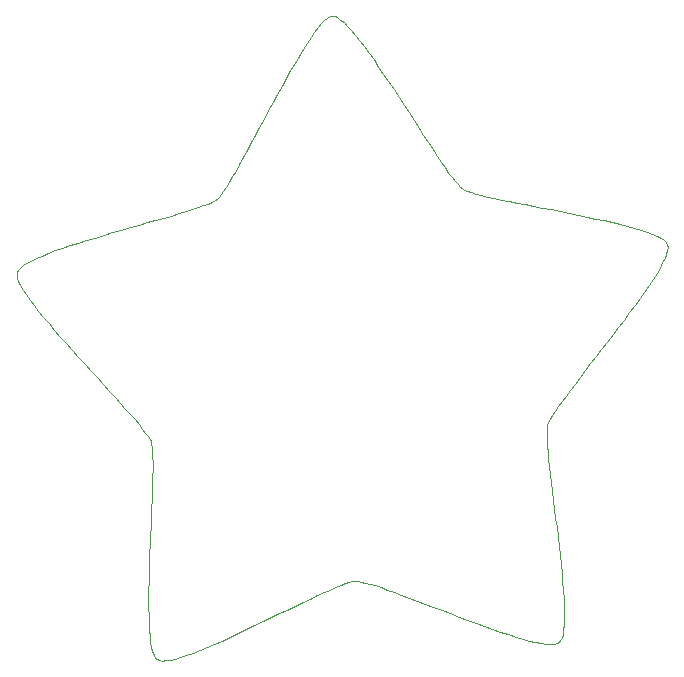
<source format=gbr>
%TF.GenerationSoftware,KiCad,Pcbnew,7.0.5-0*%
%TF.CreationDate,2024-04-01T07:30:38-07:00*%
%TF.ProjectId,StarNecklace,53746172-4e65-4636-9b6c-6163652e6b69,1*%
%TF.SameCoordinates,Original*%
%TF.FileFunction,Profile,NP*%
%FSLAX46Y46*%
G04 Gerber Fmt 4.6, Leading zero omitted, Abs format (unit mm)*
G04 Created by KiCad (PCBNEW 7.0.5-0) date 2024-04-01 07:30:38*
%MOMM*%
%LPD*%
G01*
G04 APERTURE LIST*
%ADD10C,0.050000*%
G04 APERTURE END LIST*
D10*
X81666391Y-90178892D02*
X81521942Y-90032452D01*
X81396680Y-89807346D01*
X81289512Y-89508665D01*
X81199348Y-89141500D01*
X81125095Y-88710946D01*
X81065661Y-88222094D01*
X81019955Y-87680036D01*
X80986883Y-87089865D01*
X80965355Y-86456674D01*
X80954279Y-85785554D01*
X80952562Y-85081599D01*
X80959114Y-84349900D01*
X80972841Y-83595550D01*
X80992651Y-82823641D01*
X81017454Y-82039266D01*
X81046157Y-81247517D01*
X81077668Y-80453487D01*
X81110896Y-79662268D01*
X81144748Y-78878952D01*
X81178132Y-78108631D01*
X81209957Y-77356399D01*
X81239131Y-76627348D01*
X81264561Y-75926569D01*
X81285156Y-75259156D01*
X81299825Y-74630200D01*
X81307474Y-74044795D01*
X81307012Y-73508032D01*
X81297348Y-73025004D01*
X81277389Y-72600803D01*
X81246043Y-72240522D01*
X81202219Y-71949254D01*
X81144825Y-71732090D01*
X81144825Y-71732090D02*
X81050223Y-71529101D01*
X80898217Y-71279048D01*
X80692872Y-70985058D01*
X80438253Y-70650260D01*
X80138426Y-70277780D01*
X79797457Y-69870746D01*
X79419410Y-69432286D01*
X79008352Y-68965526D01*
X78568349Y-68473595D01*
X78103465Y-67959620D01*
X77617766Y-67426728D01*
X77115319Y-66878046D01*
X76600187Y-66316703D01*
X76076438Y-65745826D01*
X75548136Y-65168542D01*
X75019347Y-64587979D01*
X74494137Y-64007264D01*
X73976571Y-63429524D01*
X73470715Y-62857888D01*
X72980634Y-62295482D01*
X72510394Y-61745434D01*
X72064060Y-61210872D01*
X71645699Y-60694923D01*
X71259374Y-60200714D01*
X70909153Y-59731374D01*
X70599101Y-59290029D01*
X70333283Y-58879806D01*
X70115764Y-58503834D01*
X69950611Y-58165240D01*
X69841889Y-57867151D01*
X69793663Y-57612695D01*
X69810000Y-57405000D01*
X98446702Y-83543431D02*
X98229348Y-83573034D01*
X97950638Y-83644122D01*
X97614728Y-83753691D01*
X97225772Y-83898740D01*
X96787924Y-84076268D01*
X96305339Y-84283273D01*
X95782172Y-84516754D01*
X95222578Y-84773710D01*
X94630711Y-85051137D01*
X94010726Y-85346036D01*
X93366779Y-85655405D01*
X92703022Y-85976241D01*
X92023612Y-86305544D01*
X91332703Y-86640312D01*
X90634450Y-86977543D01*
X89933007Y-87314236D01*
X89232529Y-87647390D01*
X88537171Y-87974002D01*
X87851088Y-88291072D01*
X87178434Y-88595597D01*
X86523364Y-88884577D01*
X85890033Y-89155009D01*
X85282595Y-89403892D01*
X84705206Y-89628225D01*
X84162019Y-89825007D01*
X83657190Y-89991234D01*
X83194873Y-90123907D01*
X82779224Y-90220023D01*
X82414396Y-90276581D01*
X82104545Y-90290579D01*
X81853825Y-90259017D01*
X81666391Y-90178892D01*
X69810000Y-57405000D02*
X69901074Y-57218766D01*
X70070984Y-57026948D01*
X70314671Y-56830056D01*
X70627078Y-56628596D01*
X71003149Y-56423076D01*
X71437828Y-56214005D01*
X71926057Y-56001891D01*
X72462779Y-55787240D01*
X73042937Y-55570562D01*
X73661476Y-55352365D01*
X74313338Y-55133155D01*
X74993465Y-54913441D01*
X75696803Y-54693732D01*
X76418292Y-54474535D01*
X77152878Y-54256357D01*
X77895502Y-54039707D01*
X78641109Y-53825094D01*
X79384641Y-53613023D01*
X80121041Y-53404005D01*
X80845253Y-53198546D01*
X81552221Y-52997155D01*
X82236886Y-52800339D01*
X82894192Y-52608607D01*
X83519083Y-52422466D01*
X84106501Y-52242424D01*
X84651391Y-52068990D01*
X85148694Y-51902671D01*
X85593355Y-51743975D01*
X85980315Y-51593410D01*
X86304520Y-51451484D01*
X86560911Y-51318705D01*
X86744433Y-51195581D01*
X115703480Y-88734753D02*
X115523130Y-88830483D01*
X115275805Y-88883177D01*
X114965885Y-88895475D01*
X114597754Y-88870015D01*
X114175791Y-88809438D01*
X113704381Y-88716382D01*
X113187904Y-88593487D01*
X112630743Y-88443392D01*
X112037279Y-88268737D01*
X111411895Y-88072160D01*
X110758973Y-87856301D01*
X110082894Y-87623800D01*
X109388041Y-87377296D01*
X108678795Y-87119428D01*
X107959538Y-86852835D01*
X107234653Y-86580157D01*
X106508522Y-86304033D01*
X105785526Y-86027103D01*
X105070047Y-85752006D01*
X104366467Y-85481381D01*
X103679169Y-85217867D01*
X103012534Y-84964105D01*
X102370945Y-84722732D01*
X101758782Y-84496389D01*
X101180429Y-84287715D01*
X100640267Y-84099350D01*
X100142679Y-83933931D01*
X99692045Y-83794100D01*
X99292748Y-83682495D01*
X98949171Y-83601755D01*
X98665695Y-83554521D01*
X98446702Y-83543431D01*
X96519433Y-35705495D02*
X96720169Y-35736834D01*
X96950441Y-35843391D01*
X97208215Y-36020385D01*
X97491458Y-36263040D01*
X97798136Y-36566576D01*
X98126216Y-36926215D01*
X98473664Y-37337179D01*
X98838448Y-37794688D01*
X99218534Y-38293965D01*
X99611888Y-38830231D01*
X100016477Y-39398708D01*
X100430268Y-39994616D01*
X100851228Y-40613178D01*
X101277322Y-41249615D01*
X101706518Y-41899149D01*
X102136782Y-42557001D01*
X102566081Y-43218393D01*
X102992382Y-43878545D01*
X103413650Y-44532681D01*
X103827854Y-45176020D01*
X104232958Y-45803786D01*
X104626931Y-46411198D01*
X105007738Y-46993480D01*
X105373347Y-47545851D01*
X105721723Y-48063535D01*
X106050834Y-48541751D01*
X106358646Y-48975723D01*
X106643126Y-49360671D01*
X106902240Y-49691817D01*
X107133956Y-49964382D01*
X107336238Y-50173589D01*
X107507056Y-50314658D01*
X114739457Y-70306729D02*
X114699726Y-70528013D01*
X114679480Y-70822001D01*
X114677221Y-71183707D01*
X114691451Y-71608151D01*
X114720673Y-72090349D01*
X114763389Y-72625319D01*
X114818100Y-73208079D01*
X114883310Y-73833645D01*
X114957519Y-74497036D01*
X115039231Y-75193269D01*
X115126948Y-75917361D01*
X115219172Y-76664330D01*
X115314405Y-77429193D01*
X115411149Y-78206968D01*
X115507907Y-78992673D01*
X115603180Y-79781324D01*
X115695471Y-80567939D01*
X115783282Y-81347536D01*
X115865116Y-82115132D01*
X115939473Y-82865744D01*
X116004858Y-83594391D01*
X116059772Y-84296089D01*
X116102716Y-84965857D01*
X116132194Y-85598710D01*
X116146707Y-86189668D01*
X116144759Y-86733747D01*
X116124849Y-87225966D01*
X116085483Y-87661340D01*
X116025160Y-88034889D01*
X115942384Y-88341629D01*
X115835656Y-88576577D01*
X115703480Y-88734753D01*
X124883167Y-55068349D02*
X124916153Y-55273951D01*
X124888559Y-55531623D01*
X124804185Y-55837905D01*
X124666831Y-56189333D01*
X124480297Y-56582448D01*
X124248383Y-57013788D01*
X123974889Y-57479892D01*
X123663616Y-57977298D01*
X123318363Y-58502546D01*
X122942930Y-59052174D01*
X122541119Y-59622722D01*
X122116728Y-60210727D01*
X121673558Y-60812729D01*
X121215409Y-61425266D01*
X120746081Y-62044877D01*
X120269375Y-62668102D01*
X119789090Y-63291478D01*
X119309026Y-63911545D01*
X118832984Y-64524842D01*
X118364764Y-65127907D01*
X117908165Y-65717278D01*
X117466989Y-66289496D01*
X117045034Y-66841098D01*
X116646102Y-67368624D01*
X116273992Y-67868612D01*
X115932505Y-68337601D01*
X115625440Y-68772129D01*
X115356597Y-69168737D01*
X115129778Y-69523962D01*
X114948781Y-69834343D01*
X114817407Y-70096419D01*
X114739457Y-70306729D01*
X86744433Y-51195581D02*
X86903319Y-51040522D01*
X87088084Y-50814894D01*
X87297084Y-50523629D01*
X87528677Y-50171663D01*
X87781222Y-49763930D01*
X88053076Y-49305364D01*
X88342597Y-48800899D01*
X88648143Y-48255471D01*
X88968073Y-47674013D01*
X89300744Y-47061460D01*
X89644513Y-46422746D01*
X89997740Y-45762806D01*
X90358781Y-45086575D01*
X90725995Y-44398985D01*
X91097740Y-43704973D01*
X91472373Y-43009472D01*
X91848253Y-42317417D01*
X92223738Y-41633742D01*
X92597185Y-40963382D01*
X92966952Y-40311271D01*
X93331397Y-39682344D01*
X93688879Y-39081534D01*
X94037755Y-38513777D01*
X94376383Y-37984006D01*
X94703121Y-37497157D01*
X95016327Y-37058163D01*
X95314358Y-36671959D01*
X95595574Y-36343480D01*
X95858331Y-36077659D01*
X96100988Y-35879432D01*
X96321902Y-35753732D01*
X96519433Y-35705495D01*
X107507056Y-50314658D02*
X107699854Y-50421815D01*
X107966051Y-50532422D01*
X108300566Y-50646400D01*
X108698317Y-50763671D01*
X109154225Y-50884157D01*
X109663210Y-51007782D01*
X110220190Y-51134466D01*
X110820086Y-51264132D01*
X111457817Y-51396703D01*
X112128302Y-51532099D01*
X112826462Y-51670244D01*
X113547216Y-51811060D01*
X114285483Y-51954469D01*
X115036183Y-52100393D01*
X115794236Y-52248753D01*
X116554561Y-52399474D01*
X117312078Y-52552475D01*
X118061706Y-52707681D01*
X118798365Y-52865012D01*
X119516975Y-53024391D01*
X120212454Y-53185740D01*
X120879724Y-53348981D01*
X121513703Y-53514037D01*
X122109311Y-53680830D01*
X122661467Y-53849281D01*
X123165092Y-54019313D01*
X123615104Y-54190849D01*
X124006424Y-54363810D01*
X124333970Y-54538118D01*
X124592663Y-54713695D01*
X124777422Y-54890465D01*
X124883167Y-55068349D01*
M02*

</source>
